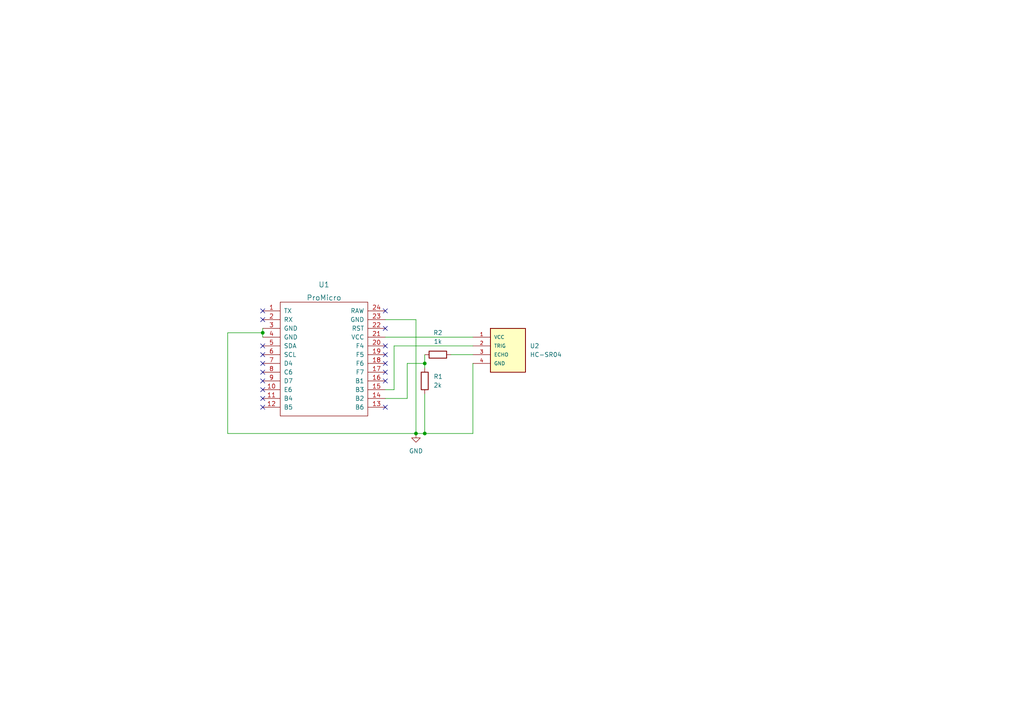
<source format=kicad_sch>
(kicad_sch (version 20211123) (generator eeschema)
  (paper "A4")
  (lib_symbols
    (symbol "Device:R" (pin_numbers hide) (pin_names (offset 0))
      (property "Reference" "R" (at 2.032 0 90))
      (property "Value" "R" (at 0 0 90))
      (symbol "R_0_1"
        (rectangle (start -1.016 -2.54) (end 1.016 2.54) (stroke (width 0.254)))
      )
      (symbol "R_1_1"
        (pin passive line (at 0 3.81 270) (length 1.27) (name "~") (number "1"))
        (pin passive line (at 0 -3.81 90) (length 1.27) (name "~") (number "2"))
      )
    )
    (symbol "HC-SR04:HC-SR04" (pin_names (offset 1.016))
      (property "Reference" "U" (at 0 5.0813 0))
      (property "Value" "HC-SR04" (at 0 -10.163 0))
      (symbol "HC-SR04_0_0"
        (rectangle (start 0 -7.62) (end 10.16 5.08) (stroke (width 0.254)) (fill (type background)))
        (pin power_in line (at -5.08 2.54 0) (length 5.08) (name "VCC") (number "1"))
        (pin bidirectional line (at -5.08 0 0) (length 5.08) (name "TRIG") (number "2"))
        (pin bidirectional line (at -5.08 -2.54 0) (length 5.08) (name "ECHO") (number "3"))
        (pin power_in line (at -5.08 -5.08 0) (length 5.08) (name "GND") (number "4"))
      )
    )
    (symbol "power:GND" (power) (pin_names (offset 0))
      (property "Value" "GND" (at 0 -3.81 0))
      (symbol "GND_0_1"
        (polyline (pts (xy 0 0) (xy 0 -1.27) (xy 1.27 -1.27) (xy 0 -2.54) (xy -1.27 -1.27) (xy 0 -1.27)))
      )
      (symbol "GND_1_1"
        (pin power_in line (at 0 0 270) (length 0) hide (name "GND") (number "1"))
      )
    )
    (symbol "promicro:ProMicro" (pin_names (offset 1.016))
      (property "Reference" "U" (at 0 24.13 0))
      (property "Value" "ProMicro" (at 0 -13.97 0))
      (symbol "ProMicro_0_1"
        (rectangle (start -12.7 21.59) (end 12.7 -11.43))
      )
      (symbol "ProMicro_1_1"
        (pin bidirectional line (at -17.78 19.05 0) (length 5.08) (name "TX") (number "1"))
        (pin bidirectional line (at -17.78 -3.81 0) (length 5.08) (name "E6") (number "10"))
        (pin bidirectional line (at -17.78 -6.35 0) (length 5.08) (name "B4") (number "11"))
        (pin bidirectional line (at -17.78 -8.89 0) (length 5.08) (name "B5") (number "12"))
        (pin bidirectional line (at 17.78 -8.89 180) (length 5.08) (name "B6") (number "13"))
        (pin bidirectional line (at 17.78 -6.35 180) (length 5.08) (name "B2") (number "14"))
        (pin bidirectional line (at 17.78 -3.81 180) (length 5.08) (name "B3") (number "15"))
        (pin bidirectional line (at 17.78 -1.27 180) (length 5.08) (name "B1") (number "16"))
        (pin bidirectional line (at 17.78 1.27 180) (length 5.08) (name "F7") (number "17"))
        (pin bidirectional line (at 17.78 3.81 180) (length 5.08) (name "F6") (number "18"))
        (pin bidirectional line (at 17.78 6.35 180) (length 5.08) (name "F5") (number "19"))
        (pin bidirectional line (at -17.78 16.51 0) (length 5.08) (name "RX") (number "2"))
        (pin bidirectional line (at 17.78 8.89 180) (length 5.08) (name "F4") (number "20"))
        (pin power_in line (at 17.78 11.43 180) (length 5.08) (name "VCC") (number "21"))
        (pin input line (at 17.78 13.97 180) (length 5.08) (name "RST") (number "22"))
        (pin power_in line (at 17.78 16.51 180) (length 5.08) (name "GND") (number "23"))
        (pin power_out line (at 17.78 19.05 180) (length 5.08) (name "RAW") (number "24"))
        (pin power_in line (at -17.78 13.97 0) (length 5.08) (name "GND") (number "3"))
        (pin power_in line (at -17.78 11.43 0) (length 5.08) (name "GND") (number "4"))
        (pin bidirectional line (at -17.78 8.89 0) (length 5.08) (name "SDA") (number "5"))
        (pin bidirectional line (at -17.78 6.35 0) (length 5.08) (name "SCL") (number "6"))
        (pin bidirectional line (at -17.78 3.81 0) (length 5.08) (name "D4") (number "7"))
        (pin bidirectional line (at -17.78 1.27 0) (length 5.08) (name "C6") (number "8"))
        (pin bidirectional line (at -17.78 -1.27 0) (length 5.08) (name "D7") (number "9"))
      )
    )
  )
  (junction (at 76.2 96.52))
  (junction (at 123.19 105.41))
  (junction (at 123.19 125.73))
  (junction (at 120.65 125.73))
  (no_connect (at 111.76 102.87))
  (no_connect (at 111.76 105.41))
  (no_connect (at 111.76 90.17))
  (no_connect (at 111.76 95.25))
  (no_connect (at 111.76 100.33))
  (no_connect (at 111.76 107.95))
  (no_connect (at 111.76 110.49))
  (no_connect (at 111.76 118.11))
  (no_connect (at 76.2 118.11))
  (no_connect (at 76.2 115.57))
  (no_connect (at 76.2 113.03))
  (no_connect (at 76.2 110.49))
  (no_connect (at 76.2 107.95))
  (no_connect (at 76.2 105.41))
  (no_connect (at 76.2 102.87))
  (no_connect (at 76.2 100.33))
  (no_connect (at 76.2 92.71))
  (no_connect (at 76.2 90.17))
  (wire (pts (xy 123.19 105.41) (xy 123.19 106.68)))
  (wire (pts (xy 123.19 102.87) (xy 123.19 105.41)))
  (wire (pts (xy 123.19 105.41) (xy 118.11 105.41)))
  (wire (pts (xy 111.76 97.79) (xy 137.16 97.79)))
  (wire (pts (xy 130.81 102.87) (xy 137.16 102.87)))
  (wire (pts (xy 123.19 114.3) (xy 123.19 125.73)))
  (wire (pts (xy 137.16 100.33) (xy 114.3 100.33)))
  (wire (pts (xy 114.3 100.33) (xy 114.3 113.03)))
  (wire (pts (xy 137.16 105.41) (xy 137.16 125.73)))
  (wire (pts (xy 76.2 95.25) (xy 76.2 96.52)))
  (wire (pts (xy 76.2 96.52) (xy 76.2 97.79)))
  (wire (pts (xy 66.04 125.73) (xy 66.04 96.52)))
  (wire (pts (xy 111.76 92.71) (xy 120.65 92.71)))
  (wire (pts (xy 118.11 105.41) (xy 118.11 115.57)))
  (wire (pts (xy 137.16 125.73) (xy 123.19 125.73)))
  (wire (pts (xy 66.04 96.52) (xy 76.2 96.52)))
  (wire (pts (xy 114.3 113.03) (xy 111.76 113.03)))
  (wire (pts (xy 120.65 92.71) (xy 120.65 125.73)))
  (wire (pts (xy 120.65 125.73) (xy 66.04 125.73)))
  (wire (pts (xy 111.76 115.57) (xy 118.11 115.57)))
  (wire (pts (xy 123.19 125.73) (xy 120.65 125.73)))
  (symbol (lib_id "HC-SR04:HC-SR04") (at 142.24 100.33 0) (unit 1)
    (property "Reference" "U2" (at 153.67 100.3299 0) (effects (justify left)))
    (property "Value" "HC-SR04" (at 153.67 102.8699 0) (effects (justify left)))
    (property "Footprint" "keyboard_parts:XCVR_HC-SR04" (effects hide))
    (property "MANUFACTURER" "Osepp" (effects hide))
  )
  (symbol (lib_id "promicro:ProMicro") (at 93.98 109.22 0) (unit 1)
    (property "Reference" "U1" (at 93.98 82.55 0) (effects (font (size 1.524 1.524))))
    (property "Value" "ProMicro" (at 93.98 86.36 0) (effects (font (size 1.524 1.524))))
    (property "Footprint" "keyboard_parts:ProMicro" (effects hide))
  )
  (symbol (lib_id "Device:R") (at 123.19 110.49 180) (unit 1)
    (property "Reference" "R1" (at 125.73 109.2199 0) (effects (justify right)))
    (property "Value" "2k" (at 125.73 111.7599 0) (effects (justify right)))
    (property "Footprint" "Resistor_SMD:R_0603_1608Metric_Pad0.98x0.95mm_HandSolder" (effects hide))
  )
  (symbol (lib_id "Device:R") (at 127 102.87 90) (unit 1)
    (property "Reference" "R2" (at 127 96.52 90))
    (property "Value" "1k" (at 127 99.06 90))
    (property "Footprint" "Resistor_SMD:R_0603_1608Metric_Pad0.98x0.95mm_HandSolder" (effects hide))
  )
  (symbol (lib_id "power:GND") (at 120.65 125.73 0) (unit 1)
    (property "Reference" "#PWR0101" (effects hide))
    (property "Value" "GND" (at 120.65 130.81 0))
  )
)
</source>
